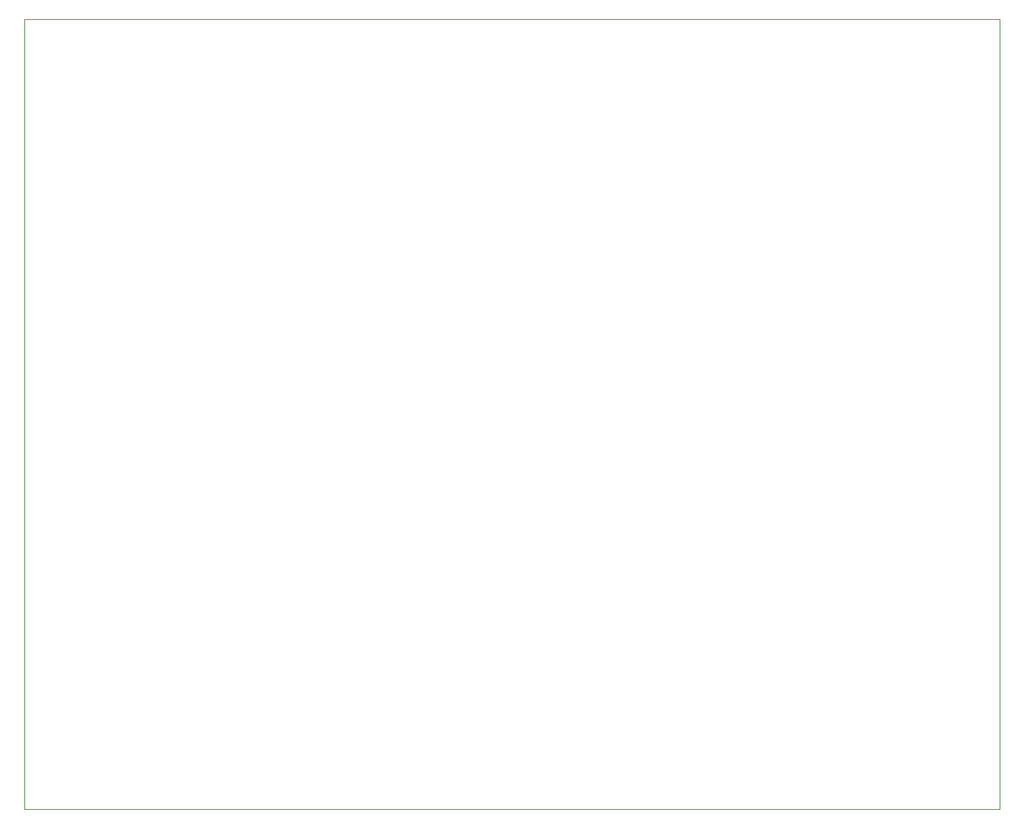
<source format=gbr>
%TF.GenerationSoftware,Altium Limited,Altium Designer,23.1.1 (15)*%
G04 Layer_Color=0*
%FSLAX45Y45*%
%MOMM*%
%TF.SameCoordinates,5129EF4F-D339-4E8A-A4D9-011D67CBAE45*%
%TF.FilePolarity,Positive*%
%TF.FileFunction,Profile,NP*%
%TF.Part,Single*%
G01*
G75*
%TA.AperFunction,Profile*%
%ADD166C,0.02540*%
D166*
X-965200Y-18661380D02*
X-965201Y-9603740D01*
X10220959D01*
X10220960Y-18661380D01*
X-965200D01*
%TF.MD5,72ef3c5899cca695ca64e6f99f2b83fa*%
M02*

</source>
